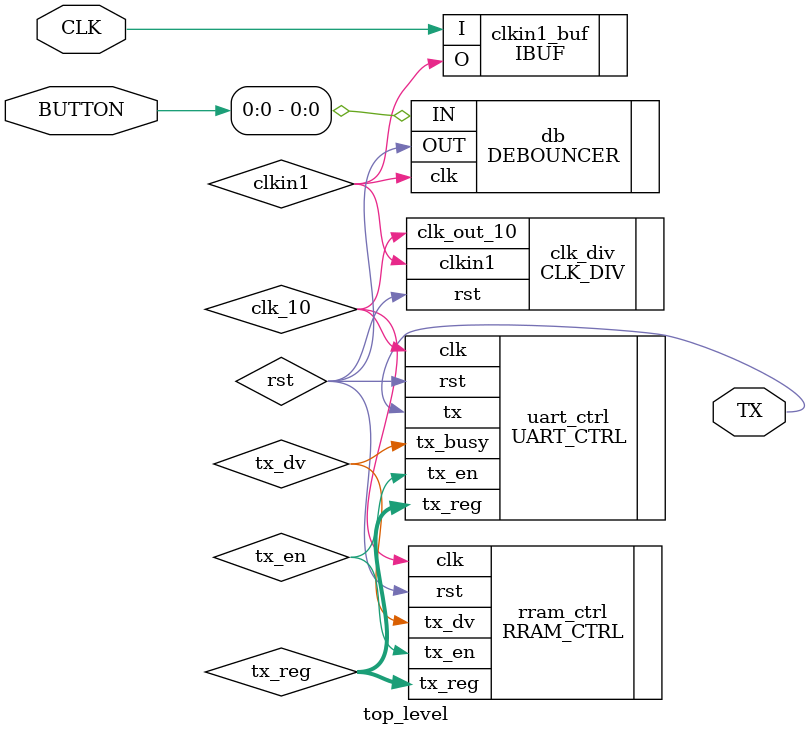
<source format=v>
`timescale 1ns / 1ps

module top_level(
    input  CLK,
    input [3:0] BUTTON,
    output TX
    );
    
    wire rst;
    wire clkin1, clk_100, clk_10;
    wire [63:0] tx_reg;
    wire tx_en, tx_dv;
    wire [7:0] temp;

    //Input Clk buffer
    IBUF clkin1_buf(
        .O  (clkin1),
        .I  (CLK)
    );

    //Clk Divider - MMCM
    CLK_DIV#(
        .MULTI(6.0)
    ) clk_div(
        .clkin1(clkin1),
        .rst(rst),
        .clk_out_10(clk_10)
    );

    //Button Debouncer
    DEBOUNCER #(
        .DELAY(8)
    ) db (
        .clk(clkin1),
        .IN(BUTTON[0]),
        .OUT(rst)
    );

    //Output Serial Data
    UART_CTRL uart_ctrl(
        .clk(clk_10),
        .rst(rst),
        .tx_reg(tx_reg),
        .tx_en(tx_en),
        .tx_busy(tx_dv),
        .tx(TX)
    );
    
    //RRAM controler
    RRAM_CTRL #(
        .g_RRAM_INV(5),//1,3,5,7
        .g_RRAM_CELLS(64)
    ) rram_ctrl (
        .clk(clk_10),
        .rst(rst),
        .tx_dv(tx_dv),
        .tx_en(tx_en),
        .tx_reg(tx_reg)
    );


endmodule

</source>
